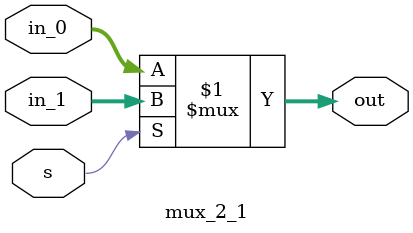
<source format=sv>

module mux_2_1(in_0, in_1, s, out);

    parameter  N = 32;
    
    /* ----- Inputs  ----- */
    input wire [N-1:0] in_0, in_1; 
    input wire s;

    /* ----- Outputs  ----- */
    output logic [N-1:0] out;

    /* ----- Design  ----- */
    assign out = s ? in_1 : in_0;


endmodule
</source>
